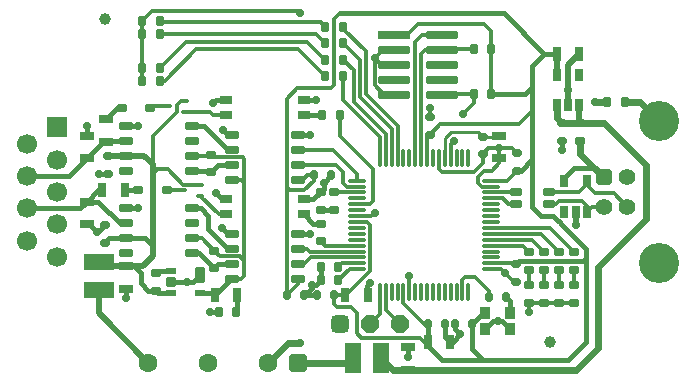
<source format=gtl>
G04*
G04 #@! TF.GenerationSoftware,Altium Limited,Altium Designer,22.3.1 (43)*
G04*
G04 Layer_Physical_Order=1*
G04 Layer_Color=255*
%FSLAX25Y25*%
%MOIN*%
G70*
G04*
G04 #@! TF.SameCoordinates,35FA6D69-FF44-446E-9FC7-5F6B5C59AE10*
G04*
G04*
G04 #@! TF.FilePolarity,Positive*
G04*
G01*
G75*
G04:AMPARAMS|DCode=10|XSize=23.62mil|YSize=31.5mil|CornerRadius=3.54mil|HoleSize=0mil|Usage=FLASHONLY|Rotation=90.000|XOffset=0mil|YOffset=0mil|HoleType=Round|Shape=RoundedRectangle|*
%AMROUNDEDRECTD10*
21,1,0.02362,0.02441,0,0,90.0*
21,1,0.01654,0.03150,0,0,90.0*
1,1,0.00709,0.01221,0.00827*
1,1,0.00709,0.01221,-0.00827*
1,1,0.00709,-0.01221,-0.00827*
1,1,0.00709,-0.01221,0.00827*
%
%ADD10ROUNDEDRECTD10*%
G04:AMPARAMS|DCode=11|XSize=33.47mil|YSize=23.62mil|CornerRadius=2.36mil|HoleSize=0mil|Usage=FLASHONLY|Rotation=90.000|XOffset=0mil|YOffset=0mil|HoleType=Round|Shape=RoundedRectangle|*
%AMROUNDEDRECTD11*
21,1,0.03347,0.01890,0,0,90.0*
21,1,0.02874,0.02362,0,0,90.0*
1,1,0.00472,0.00945,0.01437*
1,1,0.00472,0.00945,-0.01437*
1,1,0.00472,-0.00945,-0.01437*
1,1,0.00472,-0.00945,0.01437*
%
%ADD11ROUNDEDRECTD11*%
G04:AMPARAMS|DCode=12|XSize=27.56mil|YSize=43.31mil|CornerRadius=4.13mil|HoleSize=0mil|Usage=FLASHONLY|Rotation=270.000|XOffset=0mil|YOffset=0mil|HoleType=Round|Shape=RoundedRectangle|*
%AMROUNDEDRECTD12*
21,1,0.02756,0.03504,0,0,270.0*
21,1,0.01929,0.04331,0,0,270.0*
1,1,0.00827,-0.01752,-0.00965*
1,1,0.00827,-0.01752,0.00965*
1,1,0.00827,0.01752,0.00965*
1,1,0.00827,0.01752,-0.00965*
%
%ADD12ROUNDEDRECTD12*%
G04:AMPARAMS|DCode=13|XSize=23.62mil|YSize=47.24mil|CornerRadius=3.54mil|HoleSize=0mil|Usage=FLASHONLY|Rotation=270.000|XOffset=0mil|YOffset=0mil|HoleType=Round|Shape=RoundedRectangle|*
%AMROUNDEDRECTD13*
21,1,0.02362,0.04016,0,0,270.0*
21,1,0.01654,0.04724,0,0,270.0*
1,1,0.00709,-0.02008,-0.00827*
1,1,0.00709,-0.02008,0.00827*
1,1,0.00709,0.02008,0.00827*
1,1,0.00709,0.02008,-0.00827*
%
%ADD13ROUNDEDRECTD13*%
G04:AMPARAMS|DCode=14|XSize=55.12mil|YSize=35.43mil|CornerRadius=5.32mil|HoleSize=0mil|Usage=FLASHONLY|Rotation=90.000|XOffset=0mil|YOffset=0mil|HoleType=Round|Shape=RoundedRectangle|*
%AMROUNDEDRECTD14*
21,1,0.05512,0.02480,0,0,90.0*
21,1,0.04449,0.03543,0,0,90.0*
1,1,0.01063,0.01240,0.02224*
1,1,0.01063,0.01240,-0.02224*
1,1,0.01063,-0.01240,-0.02224*
1,1,0.01063,-0.01240,0.02224*
%
%ADD14ROUNDEDRECTD14*%
G04:AMPARAMS|DCode=15|XSize=19.68mil|YSize=35.43mil|CornerRadius=2.95mil|HoleSize=0mil|Usage=FLASHONLY|Rotation=90.000|XOffset=0mil|YOffset=0mil|HoleType=Round|Shape=RoundedRectangle|*
%AMROUNDEDRECTD15*
21,1,0.01968,0.02953,0,0,90.0*
21,1,0.01378,0.03543,0,0,90.0*
1,1,0.00591,0.01476,0.00689*
1,1,0.00591,0.01476,-0.00689*
1,1,0.00591,-0.01476,-0.00689*
1,1,0.00591,-0.01476,0.00689*
%
%ADD15ROUNDEDRECTD15*%
G04:AMPARAMS|DCode=16|XSize=31.5mil|YSize=35.43mil|CornerRadius=4.72mil|HoleSize=0mil|Usage=FLASHONLY|Rotation=90.000|XOffset=0mil|YOffset=0mil|HoleType=Round|Shape=RoundedRectangle|*
%AMROUNDEDRECTD16*
21,1,0.03150,0.02598,0,0,90.0*
21,1,0.02205,0.03543,0,0,90.0*
1,1,0.00945,0.01299,0.01102*
1,1,0.00945,0.01299,-0.01102*
1,1,0.00945,-0.01299,-0.01102*
1,1,0.00945,-0.01299,0.01102*
%
%ADD16ROUNDEDRECTD16*%
G04:AMPARAMS|DCode=17|XSize=33.47mil|YSize=23.62mil|CornerRadius=2.36mil|HoleSize=0mil|Usage=FLASHONLY|Rotation=0.000|XOffset=0mil|YOffset=0mil|HoleType=Round|Shape=RoundedRectangle|*
%AMROUNDEDRECTD17*
21,1,0.03347,0.01890,0,0,0.0*
21,1,0.02874,0.02362,0,0,0.0*
1,1,0.00472,0.01437,-0.00945*
1,1,0.00472,-0.01437,-0.00945*
1,1,0.00472,-0.01437,0.00945*
1,1,0.00472,0.01437,0.00945*
%
%ADD17ROUNDEDRECTD17*%
G04:AMPARAMS|DCode=18|XSize=49.21mil|YSize=27.56mil|CornerRadius=2.76mil|HoleSize=0mil|Usage=FLASHONLY|Rotation=270.000|XOffset=0mil|YOffset=0mil|HoleType=Round|Shape=RoundedRectangle|*
%AMROUNDEDRECTD18*
21,1,0.04921,0.02205,0,0,270.0*
21,1,0.04370,0.02756,0,0,270.0*
1,1,0.00551,-0.01102,-0.02185*
1,1,0.00551,-0.01102,0.02185*
1,1,0.00551,0.01102,0.02185*
1,1,0.00551,0.01102,-0.02185*
%
%ADD18ROUNDEDRECTD18*%
G04:AMPARAMS|DCode=19|XSize=13.78mil|YSize=23.62mil|CornerRadius=2.07mil|HoleSize=0mil|Usage=FLASHONLY|Rotation=270.000|XOffset=0mil|YOffset=0mil|HoleType=Round|Shape=RoundedRectangle|*
%AMROUNDEDRECTD19*
21,1,0.01378,0.01949,0,0,270.0*
21,1,0.00965,0.02362,0,0,270.0*
1,1,0.00413,-0.00974,-0.00482*
1,1,0.00413,-0.00974,0.00482*
1,1,0.00413,0.00974,0.00482*
1,1,0.00413,0.00974,-0.00482*
%
%ADD19ROUNDEDRECTD19*%
G04:AMPARAMS|DCode=20|XSize=11.81mil|YSize=59.06mil|CornerRadius=2.95mil|HoleSize=0mil|Usage=FLASHONLY|Rotation=0.000|XOffset=0mil|YOffset=0mil|HoleType=Round|Shape=RoundedRectangle|*
%AMROUNDEDRECTD20*
21,1,0.01181,0.05315,0,0,0.0*
21,1,0.00591,0.05906,0,0,0.0*
1,1,0.00591,0.00295,-0.02657*
1,1,0.00591,-0.00295,-0.02657*
1,1,0.00591,-0.00295,0.02657*
1,1,0.00591,0.00295,0.02657*
%
%ADD20ROUNDEDRECTD20*%
G04:AMPARAMS|DCode=21|XSize=11.81mil|YSize=59.06mil|CornerRadius=2.95mil|HoleSize=0mil|Usage=FLASHONLY|Rotation=90.000|XOffset=0mil|YOffset=0mil|HoleType=Round|Shape=RoundedRectangle|*
%AMROUNDEDRECTD21*
21,1,0.01181,0.05315,0,0,90.0*
21,1,0.00591,0.05906,0,0,90.0*
1,1,0.00591,0.02657,0.00295*
1,1,0.00591,0.02657,-0.00295*
1,1,0.00591,-0.02657,-0.00295*
1,1,0.00591,-0.02657,0.00295*
%
%ADD21ROUNDEDRECTD21*%
G04:AMPARAMS|DCode=22|XSize=39.37mil|YSize=35.43mil|CornerRadius=3.54mil|HoleSize=0mil|Usage=FLASHONLY|Rotation=90.000|XOffset=0mil|YOffset=0mil|HoleType=Round|Shape=RoundedRectangle|*
%AMROUNDEDRECTD22*
21,1,0.03937,0.02835,0,0,90.0*
21,1,0.03228,0.03543,0,0,90.0*
1,1,0.00709,0.01417,0.01614*
1,1,0.00709,0.01417,-0.01614*
1,1,0.00709,-0.01417,-0.01614*
1,1,0.00709,-0.01417,0.01614*
%
%ADD22ROUNDEDRECTD22*%
G04:AMPARAMS|DCode=23|XSize=31.5mil|YSize=25.59mil|CornerRadius=6.4mil|HoleSize=0mil|Usage=FLASHONLY|Rotation=90.000|XOffset=0mil|YOffset=0mil|HoleType=Round|Shape=RoundedRectangle|*
%AMROUNDEDRECTD23*
21,1,0.03150,0.01280,0,0,90.0*
21,1,0.01870,0.02559,0,0,90.0*
1,1,0.01280,0.00640,0.00935*
1,1,0.01280,0.00640,-0.00935*
1,1,0.01280,-0.00640,-0.00935*
1,1,0.01280,-0.00640,0.00935*
%
%ADD23ROUNDEDRECTD23*%
G04:AMPARAMS|DCode=24|XSize=49.21mil|YSize=27.56mil|CornerRadius=2.76mil|HoleSize=0mil|Usage=FLASHONLY|Rotation=180.000|XOffset=0mil|YOffset=0mil|HoleType=Round|Shape=RoundedRectangle|*
%AMROUNDEDRECTD24*
21,1,0.04921,0.02205,0,0,180.0*
21,1,0.04370,0.02756,0,0,180.0*
1,1,0.00551,-0.02185,0.01102*
1,1,0.00551,0.02185,0.01102*
1,1,0.00551,0.02185,-0.01102*
1,1,0.00551,-0.02185,-0.01102*
%
%ADD24ROUNDEDRECTD24*%
G04:AMPARAMS|DCode=25|XSize=31.5mil|YSize=25.59mil|CornerRadius=6.4mil|HoleSize=0mil|Usage=FLASHONLY|Rotation=0.000|XOffset=0mil|YOffset=0mil|HoleType=Round|Shape=RoundedRectangle|*
%AMROUNDEDRECTD25*
21,1,0.03150,0.01280,0,0,0.0*
21,1,0.01870,0.02559,0,0,0.0*
1,1,0.01280,0.00935,-0.00640*
1,1,0.01280,-0.00935,-0.00640*
1,1,0.01280,-0.00935,0.00640*
1,1,0.01280,0.00935,0.00640*
%
%ADD25ROUNDEDRECTD25*%
%ADD26R,0.00787X0.00787*%
%ADD27C,0.03937*%
G04:AMPARAMS|DCode=28|XSize=23.62mil|YSize=43.31mil|CornerRadius=2.36mil|HoleSize=0mil|Usage=FLASHONLY|Rotation=180.000|XOffset=0mil|YOffset=0mil|HoleType=Round|Shape=RoundedRectangle|*
%AMROUNDEDRECTD28*
21,1,0.02362,0.03858,0,0,180.0*
21,1,0.01890,0.04331,0,0,180.0*
1,1,0.00472,-0.00945,0.01929*
1,1,0.00472,0.00945,0.01929*
1,1,0.00472,0.00945,-0.01929*
1,1,0.00472,-0.00945,-0.01929*
%
%ADD28ROUNDEDRECTD28*%
G04:AMPARAMS|DCode=29|XSize=43.31mil|YSize=23.62mil|CornerRadius=3.54mil|HoleSize=0mil|Usage=FLASHONLY|Rotation=180.000|XOffset=0mil|YOffset=0mil|HoleType=Round|Shape=RoundedRectangle|*
%AMROUNDEDRECTD29*
21,1,0.04331,0.01654,0,0,180.0*
21,1,0.03622,0.02362,0,0,180.0*
1,1,0.00709,-0.01811,0.00827*
1,1,0.00709,0.01811,0.00827*
1,1,0.00709,0.01811,-0.00827*
1,1,0.00709,-0.01811,-0.00827*
%
%ADD29ROUNDEDRECTD29*%
G04:AMPARAMS|DCode=30|XSize=55.12mil|YSize=102.36mil|CornerRadius=8.27mil|HoleSize=0mil|Usage=FLASHONLY|Rotation=180.000|XOffset=0mil|YOffset=0mil|HoleType=Round|Shape=RoundedRectangle|*
%AMROUNDEDRECTD30*
21,1,0.05512,0.08583,0,0,180.0*
21,1,0.03858,0.10236,0,0,180.0*
1,1,0.01654,-0.01929,0.04291*
1,1,0.01654,0.01929,0.04291*
1,1,0.01654,0.01929,-0.04291*
1,1,0.01654,-0.01929,-0.04291*
%
%ADD30ROUNDEDRECTD30*%
G04:AMPARAMS|DCode=31|XSize=55.12mil|YSize=102.36mil|CornerRadius=8.27mil|HoleSize=0mil|Usage=FLASHONLY|Rotation=90.000|XOffset=0mil|YOffset=0mil|HoleType=Round|Shape=RoundedRectangle|*
%AMROUNDEDRECTD31*
21,1,0.05512,0.08583,0,0,90.0*
21,1,0.03858,0.10236,0,0,90.0*
1,1,0.01654,0.04291,0.01929*
1,1,0.01654,0.04291,-0.01929*
1,1,0.01654,-0.04291,-0.01929*
1,1,0.01654,-0.04291,0.01929*
%
%ADD31ROUNDEDRECTD31*%
%ADD32R,0.10630X0.02756*%
G04:AMPARAMS|DCode=33|XSize=27.56mil|YSize=106.3mil|CornerRadius=4.13mil|HoleSize=0mil|Usage=FLASHONLY|Rotation=270.000|XOffset=0mil|YOffset=0mil|HoleType=Round|Shape=RoundedRectangle|*
%AMROUNDEDRECTD33*
21,1,0.02756,0.09803,0,0,270.0*
21,1,0.01929,0.10630,0,0,270.0*
1,1,0.00827,-0.04902,-0.00965*
1,1,0.00827,-0.04902,0.00965*
1,1,0.00827,0.04902,0.00965*
1,1,0.00827,0.04902,-0.00965*
%
%ADD33ROUNDEDRECTD33*%
%ADD71C,0.01575*%
%ADD72C,0.01181*%
%ADD73C,0.02362*%
%ADD74C,0.01968*%
%ADD75C,0.00984*%
%ADD76C,0.06693*%
%ADD77R,0.06693X0.06693*%
G04:AMPARAMS|DCode=78|XSize=59.06mil|YSize=59.06mil|CornerRadius=14.76mil|HoleSize=0mil|Usage=FLASHONLY|Rotation=0.000|XOffset=0mil|YOffset=0mil|HoleType=Round|Shape=RoundedRectangle|*
%AMROUNDEDRECTD78*
21,1,0.05906,0.02953,0,0,0.0*
21,1,0.02953,0.05906,0,0,0.0*
1,1,0.02953,0.01476,-0.01476*
1,1,0.02953,-0.01476,-0.01476*
1,1,0.02953,-0.01476,0.01476*
1,1,0.02953,0.01476,0.01476*
%
%ADD78ROUNDEDRECTD78*%
%ADD79P,0.06392X8X22.5*%
%ADD80C,0.13386*%
%ADD81C,0.05512*%
G04:AMPARAMS|DCode=82|XSize=55.12mil|YSize=55.12mil|CornerRadius=13.78mil|HoleSize=0mil|Usage=FLASHONLY|Rotation=90.000|XOffset=0mil|YOffset=0mil|HoleType=Round|Shape=RoundedRectangle|*
%AMROUNDEDRECTD82*
21,1,0.05512,0.02756,0,0,90.0*
21,1,0.02756,0.05512,0,0,90.0*
1,1,0.02756,0.01378,0.01378*
1,1,0.02756,0.01378,-0.01378*
1,1,0.02756,-0.01378,-0.01378*
1,1,0.02756,-0.01378,0.01378*
%
%ADD82ROUNDEDRECTD82*%
%ADD83C,0.06299*%
G04:AMPARAMS|DCode=84|XSize=62.99mil|YSize=62.99mil|CornerRadius=15.75mil|HoleSize=0mil|Usage=FLASHONLY|Rotation=0.000|XOffset=0mil|YOffset=0mil|HoleType=Round|Shape=RoundedRectangle|*
%AMROUNDEDRECTD84*
21,1,0.06299,0.03150,0,0,0.0*
21,1,0.03150,0.06299,0,0,0.0*
1,1,0.03150,0.01575,-0.01575*
1,1,0.03150,-0.01575,-0.01575*
1,1,0.03150,-0.01575,0.01575*
1,1,0.03150,0.01575,0.01575*
%
%ADD84ROUNDEDRECTD84*%
%ADD85C,0.02756*%
D10*
X64224Y65500D02*
D03*
X54776D02*
D03*
X58724Y93000D02*
D03*
X49276D02*
D03*
D11*
X211047Y95000D02*
D03*
X216953D02*
D03*
X172453Y97500D02*
D03*
X166547D02*
D03*
X172453Y112500D02*
D03*
X166547D02*
D03*
X87453Y25000D02*
D03*
X81547D02*
D03*
X121953Y90500D02*
D03*
X116047D02*
D03*
X122953Y120000D02*
D03*
X117047D02*
D03*
Y114500D02*
D03*
X122953D02*
D03*
Y109000D02*
D03*
X117047D02*
D03*
Y103500D02*
D03*
X122953D02*
D03*
X115547Y35500D02*
D03*
X121453D02*
D03*
Y40000D02*
D03*
X115547D02*
D03*
X62008Y101969D02*
D03*
X56102D02*
D03*
X62008Y106299D02*
D03*
X56102D02*
D03*
X62008Y117717D02*
D03*
X56102D02*
D03*
X62008Y122047D02*
D03*
X56102D02*
D03*
D12*
X84008Y95500D02*
D03*
Y90500D02*
D03*
X109992Y95500D02*
D03*
Y90500D02*
D03*
Y57500D02*
D03*
Y62500D02*
D03*
X84008Y57500D02*
D03*
Y62500D02*
D03*
D13*
X85976Y84000D02*
D03*
Y79000D02*
D03*
Y74000D02*
D03*
Y69000D02*
D03*
X108024Y84000D02*
D03*
Y79000D02*
D03*
Y74000D02*
D03*
Y69000D02*
D03*
X72524Y72000D02*
D03*
Y77000D02*
D03*
Y82000D02*
D03*
Y87000D02*
D03*
X50476Y72000D02*
D03*
Y77000D02*
D03*
Y82000D02*
D03*
Y87000D02*
D03*
Y59500D02*
D03*
Y54500D02*
D03*
Y49500D02*
D03*
Y44500D02*
D03*
X72524Y59500D02*
D03*
Y54500D02*
D03*
Y49500D02*
D03*
Y44500D02*
D03*
X108024Y36000D02*
D03*
Y41000D02*
D03*
Y46000D02*
D03*
Y51000D02*
D03*
X85976Y36000D02*
D03*
Y41000D02*
D03*
Y46000D02*
D03*
Y51000D02*
D03*
D14*
X75224Y37362D02*
D03*
D15*
Y31260D02*
D03*
X65776D02*
D03*
Y38740D02*
D03*
D16*
Y35000D02*
D03*
D17*
X60500Y37953D02*
D03*
Y32047D02*
D03*
X80000Y45453D02*
D03*
Y39547D02*
D03*
X79000Y77453D02*
D03*
Y71547D02*
D03*
X115500Y48547D02*
D03*
Y54453D02*
D03*
Y64953D02*
D03*
Y59047D02*
D03*
X185000Y33953D02*
D03*
Y28047D02*
D03*
X190000D02*
D03*
Y33953D02*
D03*
X195000D02*
D03*
Y28047D02*
D03*
X200000D02*
D03*
Y33953D02*
D03*
X120000Y64953D02*
D03*
Y59047D02*
D03*
X200000Y44953D02*
D03*
Y39047D02*
D03*
X195000Y44953D02*
D03*
Y39047D02*
D03*
X190000Y44953D02*
D03*
Y39047D02*
D03*
X185000Y44953D02*
D03*
Y39047D02*
D03*
X202000Y87953D02*
D03*
Y82047D02*
D03*
D18*
X80260Y30500D02*
D03*
X87740D02*
D03*
X123760D02*
D03*
X131240D02*
D03*
X151260Y15000D02*
D03*
X158740D02*
D03*
X201740Y111000D02*
D03*
X194260D02*
D03*
X50240Y65500D02*
D03*
X42760D02*
D03*
D19*
X64547Y93500D02*
D03*
X70453Y95468D02*
D03*
Y91531D02*
D03*
X69547Y65500D02*
D03*
X75453Y67469D02*
D03*
Y63532D02*
D03*
D20*
X162795Y31559D02*
D03*
X164764D02*
D03*
X141142D02*
D03*
X135236D02*
D03*
X137205D02*
D03*
X139173D02*
D03*
X147047D02*
D03*
X143110D02*
D03*
X145079D02*
D03*
X149016D02*
D03*
X150984D02*
D03*
X152953D02*
D03*
X154921D02*
D03*
X156890D02*
D03*
X158858D02*
D03*
X160827D02*
D03*
X164764Y76441D02*
D03*
X162795D02*
D03*
X160827D02*
D03*
X158858D02*
D03*
X156890D02*
D03*
X154921D02*
D03*
X152953D02*
D03*
X150984D02*
D03*
X149016D02*
D03*
X147047D02*
D03*
X145079D02*
D03*
X143110D02*
D03*
X141142D02*
D03*
X139173D02*
D03*
X137205D02*
D03*
X135236D02*
D03*
D21*
X172441Y58921D02*
D03*
Y60890D02*
D03*
Y62858D02*
D03*
Y64827D02*
D03*
X127559Y68764D02*
D03*
Y66795D02*
D03*
Y64827D02*
D03*
Y62858D02*
D03*
Y60890D02*
D03*
Y58921D02*
D03*
Y56953D02*
D03*
Y54984D02*
D03*
Y53016D02*
D03*
Y51047D02*
D03*
Y49079D02*
D03*
Y47110D02*
D03*
Y45142D02*
D03*
Y43173D02*
D03*
Y41205D02*
D03*
Y39236D02*
D03*
X172441D02*
D03*
Y41205D02*
D03*
Y43173D02*
D03*
Y45142D02*
D03*
Y47110D02*
D03*
Y49079D02*
D03*
Y51047D02*
D03*
Y53016D02*
D03*
Y54984D02*
D03*
Y56953D02*
D03*
Y66795D02*
D03*
Y68764D02*
D03*
D22*
X178634Y24756D02*
D03*
Y19244D02*
D03*
X170366D02*
D03*
Y24756D02*
D03*
D23*
X171646Y30000D02*
D03*
X177354D02*
D03*
X156854Y21000D02*
D03*
X151146D02*
D03*
X114146Y30500D02*
D03*
X119854D02*
D03*
X113146Y70500D02*
D03*
X118854D02*
D03*
X104146Y30500D02*
D03*
X109854D02*
D03*
X165854Y21000D02*
D03*
X160146D02*
D03*
D24*
X175000Y76260D02*
D03*
Y83740D02*
D03*
X37500D02*
D03*
Y76260D02*
D03*
X50500Y40240D02*
D03*
Y32760D02*
D03*
X144500Y13240D02*
D03*
Y5760D02*
D03*
X37500Y61740D02*
D03*
Y54260D02*
D03*
X44000Y89240D02*
D03*
Y81760D02*
D03*
D25*
X152000Y84146D02*
D03*
Y89854D02*
D03*
X169500Y83354D02*
D03*
Y77646D02*
D03*
X180500Y35146D02*
D03*
Y40854D02*
D03*
X44500Y71146D02*
D03*
Y76854D02*
D03*
X43500Y53854D02*
D03*
Y48146D02*
D03*
X181000Y72146D02*
D03*
Y77854D02*
D03*
X196000Y82146D02*
D03*
Y87854D02*
D03*
D26*
X43500Y122500D02*
D03*
X192000Y15000D02*
D03*
D27*
X43500Y122500D02*
D03*
X192000Y15000D02*
D03*
D28*
X196760Y68618D02*
D03*
X204240D02*
D03*
Y58382D02*
D03*
X200500D02*
D03*
X196760D02*
D03*
X194260Y93882D02*
D03*
X198000D02*
D03*
X201740D02*
D03*
Y104118D02*
D03*
X194260D02*
D03*
D29*
X180488Y64969D02*
D03*
X191512D02*
D03*
Y61032D02*
D03*
X180488D02*
D03*
D30*
X135724Y9500D02*
D03*
X126276D02*
D03*
D31*
X41500Y32276D02*
D03*
Y41724D02*
D03*
D32*
X140126Y117460D02*
D03*
D33*
X155874D02*
D03*
X140126Y112460D02*
D03*
X155874D02*
D03*
X140126Y107460D02*
D03*
Y102460D02*
D03*
Y97460D02*
D03*
X155874Y107460D02*
D03*
Y102460D02*
D03*
Y97460D02*
D03*
D71*
X44000Y89240D02*
X47760Y93000D01*
X49276D01*
X144500Y10000D02*
Y13240D01*
X108024Y51000D02*
X112000D01*
X109854Y30500D02*
X112500Y33146D01*
Y34000D01*
X114047D01*
X115547Y35500D01*
Y40000D01*
X109854Y30500D02*
X114146D01*
X131043D02*
Y33543D01*
X116500Y68000D02*
Y68146D01*
X118854Y70500D01*
X115500Y64953D02*
X116500Y65953D01*
Y68000D01*
X113047Y62500D02*
X115500Y64953D01*
X109992Y62500D02*
X113047D01*
X108024Y84000D02*
X112000D01*
X109992Y90500D02*
X116047D01*
X109992Y95500D02*
X114000D01*
X87453Y25000D02*
X87740Y25287D01*
Y30500D01*
X78500Y25000D02*
X81547D01*
X85760Y36000D02*
X85976D01*
X80260Y30500D02*
X85760Y36000D01*
X79500Y31260D02*
X80260Y30500D01*
X75224Y31260D02*
X79500D01*
X82500Y53000D02*
X84500Y51000D01*
X85976D01*
X80500Y64500D02*
X82500Y62500D01*
X84008D01*
X72524Y59500D02*
X75500D01*
X78000Y57000D01*
Y52500D02*
Y57000D01*
Y52500D02*
X84500Y46000D01*
X85976D01*
X80000Y39547D02*
X81453Y41000D01*
X85976D01*
X75047Y44500D02*
X80000Y39547D01*
X72524Y44500D02*
X75047D01*
X78547Y72000D02*
X79000Y71547D01*
X72524Y72000D02*
X78547D01*
X79000Y71547D02*
X81453Y74000D01*
X85976D01*
X84500Y84000D02*
X85976D01*
X72524Y87000D02*
X76500D01*
X84500Y79000D01*
X85976D01*
X83000Y85500D02*
X84500Y84000D01*
X79500Y94500D02*
X80500Y95500D01*
X84008D01*
X44354Y71000D02*
X44500Y71146D01*
X41500Y71000D02*
X44354D01*
X38240Y54260D02*
X41000Y51500D01*
X37500Y54260D02*
X38240D01*
X41000Y51500D02*
X41146D01*
X43500Y53854D01*
X57000Y49500D02*
X59500Y47000D01*
X50476Y49500D02*
X57000D01*
X43500Y48146D02*
X44854Y49500D01*
X50476D01*
Y59500D02*
X54500D01*
X35327Y59567D02*
X37500Y61740D01*
X41260D01*
X48500Y54500D01*
X50476D01*
X37500Y61740D02*
X41260Y65500D01*
X42760D01*
X50240D02*
X54776D01*
X50476Y87000D02*
X54500D01*
X37500Y83740D02*
Y87000D01*
Y76260D02*
X43000Y81760D01*
X44000D01*
X44240Y82000D01*
X50476D01*
X31594Y70354D02*
X37500Y76260D01*
X71000Y35000D02*
X72862D01*
X75224Y37362D01*
X65776Y35000D02*
X71000D01*
X53370Y40240D02*
X55500Y38110D01*
Y34500D02*
Y38110D01*
Y34500D02*
X57953Y32047D01*
X60500D01*
Y37953D02*
X61287Y38740D01*
X65776D01*
X60500Y32047D02*
X61287Y31260D01*
X65776D01*
X50500Y29500D02*
Y32760D01*
X17500Y70354D02*
X31594D01*
X17500Y59567D02*
X35327D01*
X151146Y15311D02*
X151457Y15000D01*
Y13543D02*
Y15000D01*
X172453Y97500D02*
X183500D01*
X115500Y59047D02*
X120000D01*
X113039Y54453D02*
X115500D01*
X109992Y57500D02*
X113039Y54453D01*
X169500Y9000D02*
X198000D01*
X156000D02*
X169500D01*
X165854Y12646D02*
X169500Y9000D01*
X165854Y12646D02*
Y21000D01*
X159500Y15000D02*
X162000Y17500D01*
X158740Y15000D02*
X159500D01*
X160146Y19354D02*
X162000Y17500D01*
X160146Y19354D02*
Y21000D01*
X165854D02*
X169610Y24756D01*
X170366D01*
X177354Y30000D02*
X178634Y28721D01*
Y24756D02*
Y28721D01*
X170366Y19244D02*
X173122Y22000D01*
X175878D02*
X178634Y19244D01*
X174500Y22000D02*
X175878D01*
X173122D02*
X174500D01*
X180500Y40854D02*
X181646Y42000D01*
X151146Y15311D02*
Y21000D01*
X151457Y13543D02*
X156000Y9000D01*
X156854Y16689D02*
X158543Y15000D01*
X156854Y16689D02*
Y21000D01*
X131043Y33543D02*
X132000Y34500D01*
X186000Y76000D02*
Y92000D01*
Y60000D02*
Y76000D01*
X182146Y72146D02*
X186000Y76000D01*
X181000Y72146D02*
X182146D01*
X122000Y124500D02*
X176500D01*
X196000Y79000D02*
Y82146D01*
X194260Y111000D02*
X194457D01*
X190000D02*
X194260D01*
X186000Y92000D02*
Y100000D01*
Y107000D01*
X183500Y97500D02*
X186000Y100000D01*
X200112Y73112D02*
X206612D01*
X196760Y69760D02*
X200112Y73112D01*
X196760Y68618D02*
Y69760D01*
X195671Y54329D02*
X195671D01*
X189000Y57000D02*
X193000D01*
X195171Y54829D02*
X195671Y54329D01*
X193000Y57000D02*
X194191Y55809D01*
Y55780D02*
X195142Y54829D01*
X195171D01*
X194191Y55780D02*
Y55809D01*
X198000Y9000D02*
X204000Y15000D01*
Y43000D01*
X195671Y54329D02*
X204000Y46000D01*
Y43000D02*
Y46000D01*
X186000Y60000D02*
X189000Y57000D01*
X203000Y42000D02*
X204000Y43000D01*
X181646Y42000D02*
X203000D01*
X176500Y124500D02*
X190000Y111000D01*
X186000Y107000D02*
X190000Y111000D01*
D72*
X58724Y93000D02*
X59224Y93500D01*
X64547D01*
X150000Y15000D02*
X151260D01*
X129043Y16457D02*
X148543D01*
X150000Y15000D01*
X127500Y18000D02*
X129043Y16457D01*
X127500Y18000D02*
Y24500D01*
X108024Y34378D02*
Y36000D01*
X104146Y30500D02*
X108024Y34378D01*
X121953Y83547D02*
Y90500D01*
Y83547D02*
X133000Y72500D01*
Y62000D02*
Y72500D01*
X131890Y60890D02*
X133000Y62000D01*
X127559Y60890D02*
X131890D01*
X132453Y56953D02*
X133500Y58000D01*
X127559Y56953D02*
X132453D01*
X111000Y70500D02*
X113146D01*
X109500Y69000D02*
X111000Y70500D01*
X108024Y69000D02*
X109500D01*
X104146Y66500D02*
Y96146D01*
Y30500D02*
Y66500D01*
X105146Y65500D01*
X110000D01*
X113146Y68646D01*
Y70500D01*
X119000Y99500D02*
X120000Y100500D01*
X107500Y99500D02*
X119000D01*
X104146Y96146D02*
X107500Y99500D01*
X59500Y74250D02*
Y83500D01*
X67500Y91500D02*
Y94000D01*
X59500Y83500D02*
X67500Y91500D01*
X75453Y63532D02*
X81484Y57500D01*
X84008D01*
X75953Y49500D02*
X80000Y45453D01*
X72524Y49500D02*
X75953D01*
X90000Y42000D02*
Y68000D01*
Y37000D02*
Y42000D01*
X88500Y43500D02*
X90000Y42000D01*
X81953Y43500D02*
X88500D01*
X80000Y45453D02*
X81953Y43500D01*
X78547Y77000D02*
X79000Y77453D01*
X72524Y77000D02*
X78547D01*
X79953Y76500D02*
X89500D01*
X79000Y77453D02*
X79953Y76500D01*
X90000Y68000D02*
Y76000D01*
X89000Y69000D02*
X90000Y68000D01*
X85976Y69000D02*
X89000D01*
X89500Y76500D02*
X90000Y76000D01*
X89000Y36000D02*
X90000Y37000D01*
X85976Y36000D02*
X89000D01*
X64224Y65500D02*
X69547D01*
X64500Y72500D02*
X69532Y67469D01*
X75453D01*
X61000Y72500D02*
X64500D01*
X67500Y94000D02*
X68968Y95468D01*
X70453D01*
X79500Y90500D02*
X84008D01*
X78469Y91531D02*
X79500Y90500D01*
X70453Y91531D02*
X78469D01*
X59500Y71000D02*
X61000Y72500D01*
X155874Y112460D02*
X155914Y112500D01*
X166547D01*
X155874Y97460D02*
X155914Y97500D01*
X166547D01*
Y94547D02*
Y97500D01*
X163000Y91000D02*
X166547Y94547D01*
X172453Y97500D02*
Y112500D01*
X123760Y30500D02*
X123957D01*
X119854D02*
X123760D01*
X172453Y112500D02*
Y118547D01*
X175000Y76260D02*
Y79500D01*
Y74500D02*
Y76260D01*
X120000Y64953D02*
X120126Y64827D01*
X127559D01*
X123000Y68000D02*
Y71500D01*
Y68000D02*
X124205Y66795D01*
X127559D01*
X115500Y48547D02*
X116937Y47110D01*
X127559D01*
X121453Y35500D02*
X125189Y39236D01*
X127559D01*
X121453Y40000D02*
X122658Y41205D01*
X127559D01*
X108024Y41000D02*
X110000D01*
X112173Y43173D02*
X123827D01*
X110000Y41000D02*
X112173Y43173D01*
X108024Y46000D02*
X111000D01*
X111858Y45142D02*
X127559D01*
X111000Y46000D02*
X111858Y45142D01*
X123827Y43173D02*
X127559D01*
X131016Y54984D02*
X132000Y54000D01*
X131957Y38500D02*
X132000D01*
Y54000D01*
X127559Y54984D02*
X131016D01*
X123957Y30500D02*
X131957Y38500D01*
X120500Y74000D02*
X123000Y71500D01*
X108024Y74000D02*
X120500D01*
X119500Y79000D02*
X127559Y70941D01*
X108024Y79000D02*
X119500D01*
X127559Y68764D02*
Y70941D01*
X123000Y95500D02*
X135236Y83264D01*
Y76441D02*
Y83264D01*
X123000Y95500D02*
Y103500D01*
X126500Y95000D02*
Y105500D01*
X137205Y76441D02*
Y84295D01*
X126500Y95000D02*
X137205Y84295D01*
X128500Y96500D02*
Y109000D01*
X139173Y76441D02*
Y85827D01*
X128500Y96500D02*
X139173Y85827D01*
X130500Y97500D02*
X141142Y86858D01*
X130500Y97500D02*
Y112000D01*
X141142Y76441D02*
Y86858D01*
X171646Y30000D02*
Y31854D01*
X167000Y36500D02*
X171646Y31854D01*
X163500Y36500D02*
X167000D01*
X162795Y35795D02*
X163500Y36500D01*
X162795Y31559D02*
Y35795D01*
X180149Y41205D02*
X180500Y40854D01*
X172441Y41205D02*
X180149D01*
X177000Y38000D02*
X179854Y35146D01*
X180500D01*
X175764Y39236D02*
X177000Y38000D01*
X172441Y39236D02*
X175764D01*
X143110Y27890D02*
X150000Y21000D01*
X151146D01*
X143110Y27890D02*
Y31559D01*
X145000Y37000D02*
X145079Y36921D01*
Y31559D02*
Y36921D01*
X119854Y27646D02*
Y30500D01*
Y27646D02*
X121000Y26500D01*
X125500D01*
X127500Y24500D01*
X213256Y64500D02*
X217717Y60039D01*
X204240Y67260D02*
X207000Y64500D01*
X213256D01*
X152000Y89854D02*
Y93000D01*
Y84146D02*
X155354Y87500D01*
X150984Y83130D02*
X152000Y84146D01*
X169500Y77646D02*
X171354Y79500D01*
X175000D01*
X179354D02*
X181000Y77854D01*
X175000Y79500D02*
X179354D01*
X172500Y72000D02*
X175000Y74500D01*
X177618Y68764D02*
X181000Y72146D01*
X172441Y68764D02*
X177618D01*
X169500Y74500D02*
Y77646D01*
X166500Y71500D02*
X169500Y74500D01*
X70709Y115000D02*
X111047D01*
X62008Y106299D02*
X70709Y115000D01*
X111047D02*
X117047Y109000D01*
X74000Y112500D02*
X108047D01*
X117047Y103500D01*
X63468Y101969D02*
X74000Y112500D01*
X56102Y117717D02*
Y122047D01*
Y101969D02*
Y106299D01*
Y117717D01*
X62008Y101969D02*
X63468D01*
X113831Y117717D02*
X117047Y114500D01*
X62008Y117717D02*
X113831D01*
X115547Y121500D02*
X117047Y120000D01*
X62555Y121500D02*
X115547D01*
X62008Y122047D02*
X62555Y121500D01*
X107606Y125394D02*
X108500Y124500D01*
X59449Y125394D02*
X107606D01*
X56102Y122047D02*
X59449Y125394D01*
X123079Y119421D02*
X130500Y112000D01*
X120000Y122500D02*
X120000Y100500D01*
X120000Y122500D02*
X122000Y124500D01*
X122953Y114500D02*
X123000D01*
X128500Y109000D01*
X122976Y109024D02*
X126500Y105500D01*
X156000Y71500D02*
X166500D01*
X181500Y87500D02*
X186000Y92000D01*
X155354Y87500D02*
X181500D01*
X158858Y80858D02*
X160000Y82000D01*
X158858Y76441D02*
Y80858D01*
X150984Y76441D02*
Y83130D01*
X133500Y109500D02*
X136460Y112460D01*
X140126D01*
X133500Y109500D02*
X135540Y107460D01*
X140126D01*
X133500Y100500D02*
X136540Y97460D01*
X140126D01*
X133500Y100500D02*
Y109500D01*
X150460Y112460D02*
X155874D01*
X149016Y111016D02*
X150460Y112460D01*
X149016Y76441D02*
Y111016D01*
X149460Y117460D02*
X155874D01*
X147047Y115047D02*
X149460Y117460D01*
X147047Y76441D02*
Y115047D01*
X170000Y121000D02*
X172453Y118547D01*
X148000Y121000D02*
X170000D01*
X144460Y117460D02*
X148000Y121000D01*
X140126Y117460D02*
X144460D01*
X154921Y72579D02*
X156000Y71500D01*
X154921Y72579D02*
Y76441D01*
X170000Y72000D02*
X172500D01*
X168000Y70000D02*
X170000Y72000D01*
X168000Y68000D02*
Y70000D01*
Y68000D02*
X169205Y66795D01*
X172441D01*
X204240Y67740D02*
Y68618D01*
Y67260D02*
Y67740D01*
X201468Y64969D02*
X204240Y67740D01*
X191512Y64969D02*
X201468D01*
X204240Y58382D02*
X205898Y60039D01*
X209842D01*
X204240Y58382D02*
Y60260D01*
X202500Y62000D02*
X204240Y60260D01*
X195000Y62000D02*
X202500D01*
X194032Y61032D02*
X195000Y62000D01*
X191512Y61032D02*
X194032D01*
X137205Y25795D02*
X142000Y21000D01*
X137205Y25795D02*
Y31559D01*
X132000Y21000D02*
X135236Y24236D01*
Y31559D01*
X185000Y25000D02*
Y28047D01*
X180457Y61000D02*
X180488Y61032D01*
X178000Y61000D02*
X180457D01*
X176142Y62858D02*
X178000Y61000D01*
X172441Y62858D02*
X176142D01*
X180347Y64827D02*
X180488Y64969D01*
X172441Y64827D02*
X180347D01*
X191937Y53016D02*
X200000Y44953D01*
X172441Y53016D02*
X191937D01*
X188906Y51047D02*
X195000Y44953D01*
X172441Y51047D02*
X188906D01*
X185874Y49079D02*
X190000Y44953D01*
X172441Y49079D02*
X185874D01*
X182843Y47110D02*
X185000Y44953D01*
X172441Y47110D02*
X182843D01*
X185000Y33953D02*
Y39047D01*
X190000Y33953D02*
Y39047D01*
X195000Y33953D02*
Y39047D01*
X200000Y33953D02*
Y39047D01*
X195000Y28047D02*
X200000D01*
X190000D02*
X195000D01*
X185000D02*
X190000D01*
D73*
X124776Y8000D02*
X126276Y9500D01*
X108000Y8000D02*
X124776D01*
X135724Y9500D02*
X139465Y5760D01*
X144500D01*
X144760Y5500D01*
X200500D01*
X208000Y13000D01*
X194260Y89595D02*
X196000Y87854D01*
X194260Y89595D02*
Y93882D01*
X196000Y87854D02*
X196098Y87953D01*
X202000D01*
X104500Y14500D02*
X108500D01*
X98000Y8000D02*
X104500Y14500D01*
X206612Y73112D02*
X209842Y69882D01*
X202000Y77724D02*
X206612Y73112D01*
X208000Y40000D02*
X224000Y56000D01*
X208000Y13000D02*
Y40000D01*
X224000Y56000D02*
Y74000D01*
X207000Y95000D02*
X211047D01*
X221929D02*
X228346Y88583D01*
X216953Y95000D02*
X221929D01*
X210047Y87953D02*
X224000Y74000D01*
X202000Y87953D02*
X210047D01*
X202000Y77724D02*
Y82047D01*
D74*
X59500Y47000D02*
Y71000D01*
Y43500D02*
Y47000D01*
X50331Y76854D02*
X50476Y77000D01*
X44500Y76854D02*
X50331D01*
X59500Y71000D02*
Y74250D01*
X56750Y77000D02*
X59500Y74250D01*
X50476Y77000D02*
X56750D01*
X53370Y40240D02*
X56240D01*
X50500D02*
X53370D01*
X41500Y24500D02*
Y32276D01*
Y24500D02*
X58000Y8000D01*
X42984Y40240D02*
X50500D01*
X41500Y41724D02*
X42984Y40240D01*
X56240D02*
X59500Y43500D01*
X194457Y104315D02*
Y111000D01*
X200500Y54000D02*
Y58382D01*
X198000Y99000D02*
Y107457D01*
X201543Y111000D01*
X194260Y104118D02*
X194457Y104315D01*
X198000Y93882D02*
Y99000D01*
X201740Y88213D02*
X202000Y87953D01*
X201740Y88213D02*
Y93882D01*
D75*
X174811Y83354D02*
X175000Y83543D01*
X169500Y83354D02*
X174811D01*
X167854Y85000D02*
X169500Y83354D01*
X159000Y85000D02*
X167854D01*
X156890Y82890D02*
X159000Y85000D01*
X156890Y76441D02*
Y82890D01*
D76*
X17500Y48779D02*
D03*
Y59567D02*
D03*
Y70354D02*
D03*
Y81142D02*
D03*
X27500Y43386D02*
D03*
Y54173D02*
D03*
Y64961D02*
D03*
Y75748D02*
D03*
D77*
Y86535D02*
D03*
D78*
X122000Y21000D02*
D03*
D79*
X132000D02*
D03*
X142000D02*
D03*
D80*
X228346Y41339D02*
D03*
Y88583D02*
D03*
D81*
X217717Y60039D02*
D03*
Y69882D02*
D03*
X209842Y60039D02*
D03*
D82*
Y69882D02*
D03*
D83*
X78000Y8000D02*
D03*
X58000D02*
D03*
X98000D02*
D03*
D84*
X108000Y8000D02*
D03*
D85*
X144500Y10000D02*
D03*
X133500Y58000D02*
D03*
X116500Y68000D02*
D03*
X112000Y51000D02*
D03*
Y84000D02*
D03*
X82500Y53000D02*
D03*
X80500Y64500D02*
D03*
X83000Y85500D02*
D03*
X41500Y71000D02*
D03*
X54500Y59500D02*
D03*
Y87000D02*
D03*
X37500D02*
D03*
X79500Y94500D02*
D03*
X174500Y22000D02*
D03*
X145000Y37000D02*
D03*
X132000Y34500D02*
D03*
X112500Y34000D02*
D03*
X50500Y29500D02*
D03*
X108500Y124500D02*
D03*
X114000Y95500D02*
D03*
X160000Y82000D02*
D03*
X163000Y91000D02*
D03*
X152000Y93000D02*
D03*
X133500Y109500D02*
D03*
X108500Y14500D02*
D03*
X196000Y79000D02*
D03*
X78500Y25000D02*
D03*
X41000Y51500D02*
D03*
X185000Y25000D02*
D03*
X175000Y79500D02*
D03*
X177000Y38000D02*
D03*
X198000Y99000D02*
D03*
X207000Y95000D02*
D03*
X200500Y54000D02*
D03*
X162000Y17500D02*
D03*
X71000Y35000D02*
D03*
M02*

</source>
